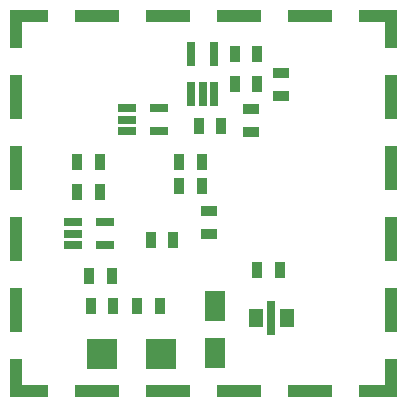
<source format=gbr>
%TF.GenerationSoftware,KiCad,Pcbnew,6.0.10+dfsg-1~bpo11+1*%
%TF.CreationDate,2023-02-14T07:58:38+00:00*%
%TF.ProjectId,PCRD06A,50435244-3036-4412-9e6b-696361645f70,REV*%
%TF.SameCoordinates,Original*%
%TF.FileFunction,Paste,Bot*%
%TF.FilePolarity,Positive*%
%FSLAX46Y46*%
G04 Gerber Fmt 4.6, Leading zero omitted, Abs format (unit mm)*
G04 Created by KiCad (PCBNEW 6.0.10+dfsg-1~bpo11+1) date 2023-02-14 07:58:38*
%MOMM*%
%LPD*%
G01*
G04 APERTURE LIST*
%ADD10R,0.889000X1.397000*%
%ADD11R,0.650000X2.000000*%
%ADD12R,2.550160X2.499360*%
%ADD13R,1.800000X2.500000*%
%ADD14R,1.397000X0.889000*%
%ADD15R,1.300000X1.500000*%
%ADD16R,0.700000X3.000000*%
%ADD17R,3.800000X1.000000*%
%ADD18R,2.300000X1.000000*%
%ADD19R,1.000000X3.800000*%
%ADD20R,1.000000X1.000000*%
%ADD21R,1.000000X2.300000*%
%ADD22R,1.560000X0.650000*%
G04 APERTURE END LIST*
D10*
%TO.C,C2*%
X16637000Y21844000D03*
X14732000Y21844000D03*
%TD*%
D11*
%TO.C,U2*%
X26284000Y30108000D03*
X25334000Y30108000D03*
X24384000Y30108000D03*
X24384000Y33528000D03*
X26284000Y33528000D03*
%TD*%
D12*
%TO.C,C1*%
X21844000Y8128000D03*
X16794480Y8128000D03*
%TD*%
D10*
%TO.C,C4*%
X29972000Y15240000D03*
X31877000Y15240000D03*
%TD*%
%TO.C,C7*%
X28067000Y30988000D03*
X29972000Y30988000D03*
%TD*%
%TO.C,C8*%
X25273000Y22352000D03*
X23368000Y22352000D03*
%TD*%
%TO.C,C9*%
X17780000Y12192000D03*
X15875000Y12192000D03*
%TD*%
%TO.C,C12*%
X28067000Y33528000D03*
X29972000Y33528000D03*
%TD*%
%TO.C,C13*%
X25273000Y24384000D03*
X23368000Y24384000D03*
%TD*%
%TO.C,C14*%
X17653000Y14732000D03*
X15748000Y14732000D03*
%TD*%
%TO.C,C19*%
X25019000Y27432000D03*
X26924000Y27432000D03*
%TD*%
D13*
%TO.C,D1*%
X26416000Y12160000D03*
X26416000Y8160000D03*
%TD*%
D14*
%TO.C,R1*%
X32004000Y29972000D03*
X32004000Y31877000D03*
%TD*%
%TO.C,R3*%
X29464000Y28829000D03*
X29464000Y26924000D03*
%TD*%
%TO.C,R4*%
X25908000Y20193000D03*
X25908000Y18288000D03*
%TD*%
D10*
%TO.C,R5*%
X19812000Y12192000D03*
X21717000Y12192000D03*
%TD*%
%TO.C,R12*%
X16637000Y24384000D03*
X14732000Y24384000D03*
%TD*%
%TO.C,R13*%
X22860000Y17780000D03*
X20955000Y17780000D03*
%TD*%
D15*
%TO.C,C21*%
X29812000Y11176000D03*
D16*
X31162000Y11176000D03*
D15*
X32512000Y11176000D03*
%TD*%
D17*
%TO.C,M5*%
X34400000Y4928000D03*
D18*
X39650000Y36728000D03*
D17*
X34400000Y36728000D03*
D19*
X9500000Y29828000D03*
X41300000Y17828000D03*
X41300000Y29828000D03*
D18*
X11150000Y36728000D03*
D17*
X22400000Y36728000D03*
D19*
X9500000Y11828000D03*
D20*
X41300000Y4928000D03*
D19*
X9500000Y23828000D03*
D17*
X16400000Y4928000D03*
D21*
X41300000Y6578000D03*
D18*
X11150000Y4928000D03*
X39650000Y4928000D03*
D17*
X16400000Y36728000D03*
D20*
X9500000Y4928000D03*
D21*
X41300000Y35078000D03*
D17*
X28400000Y36728000D03*
X22400000Y4928000D03*
D19*
X41300000Y11828000D03*
D21*
X9500000Y35078000D03*
D20*
X9500000Y36728000D03*
D19*
X41300000Y23828000D03*
D21*
X9500000Y6578000D03*
D19*
X9500000Y17828000D03*
D17*
X28400000Y4928000D03*
D20*
X41300000Y36728000D03*
%TD*%
D22*
%TO.C,U5*%
X14398000Y17338000D03*
X14398000Y18288000D03*
X14398000Y19238000D03*
X17098000Y19238000D03*
X17098000Y17338000D03*
%TD*%
%TO.C,U1*%
X18970000Y26990000D03*
X18970000Y27940000D03*
X18970000Y28890000D03*
X21670000Y28890000D03*
X21670000Y26990000D03*
%TD*%
M02*

</source>
